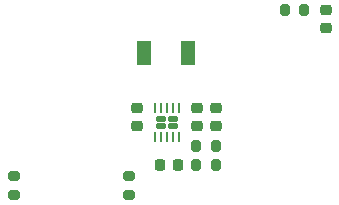
<source format=gtp>
G04 #@! TF.GenerationSoftware,KiCad,Pcbnew,8.0.3*
G04 #@! TF.CreationDate,2024-07-19T18:12:48+03:00*
G04 #@! TF.ProjectId,B-TPS63030-Brk-01Mbr-R01,422d5450-5336-4333-9033-302d42726b2d,rev?*
G04 #@! TF.SameCoordinates,Original*
G04 #@! TF.FileFunction,Paste,Top*
G04 #@! TF.FilePolarity,Positive*
%FSLAX46Y46*%
G04 Gerber Fmt 4.6, Leading zero omitted, Abs format (unit mm)*
G04 Created by KiCad (PCBNEW 8.0.3) date 2024-07-19 18:12:48*
%MOMM*%
%LPD*%
G01*
G04 APERTURE LIST*
G04 Aperture macros list*
%AMRoundRect*
0 Rectangle with rounded corners*
0 $1 Rounding radius*
0 $2 $3 $4 $5 $6 $7 $8 $9 X,Y pos of 4 corners*
0 Add a 4 corners polygon primitive as box body*
4,1,4,$2,$3,$4,$5,$6,$7,$8,$9,$2,$3,0*
0 Add four circle primitives for the rounded corners*
1,1,$1+$1,$2,$3*
1,1,$1+$1,$4,$5*
1,1,$1+$1,$6,$7*
1,1,$1+$1,$8,$9*
0 Add four rect primitives between the rounded corners*
20,1,$1+$1,$2,$3,$4,$5,0*
20,1,$1+$1,$4,$5,$6,$7,0*
20,1,$1+$1,$6,$7,$8,$9,0*
20,1,$1+$1,$8,$9,$2,$3,0*%
G04 Aperture macros list end*
%ADD10RoundRect,0.218750X-0.256250X0.218750X-0.256250X-0.218750X0.256250X-0.218750X0.256250X0.218750X0*%
%ADD11RoundRect,0.200000X-0.200000X-0.275000X0.200000X-0.275000X0.200000X0.275000X-0.200000X0.275000X0*%
%ADD12RoundRect,0.200000X0.200000X0.275000X-0.200000X0.275000X-0.200000X-0.275000X0.200000X-0.275000X0*%
%ADD13RoundRect,0.200000X-0.275000X0.200000X-0.275000X-0.200000X0.275000X-0.200000X0.275000X0.200000X0*%
%ADD14RoundRect,0.225000X-0.250000X0.225000X-0.250000X-0.225000X0.250000X-0.225000X0.250000X0.225000X0*%
%ADD15R,1.200000X2.000000*%
%ADD16RoundRect,0.225000X-0.225000X-0.250000X0.225000X-0.250000X0.225000X0.250000X-0.225000X0.250000X0*%
%ADD17RoundRect,0.120000X-0.285000X0.120000X-0.285000X-0.120000X0.285000X-0.120000X0.285000X0.120000X0*%
%ADD18RoundRect,0.062500X-0.062500X0.350000X-0.062500X-0.350000X0.062500X-0.350000X0.062500X0.350000X0*%
G04 APERTURE END LIST*
D10*
X190210000Y-80312500D03*
X190210000Y-81887500D03*
D11*
X179250000Y-91875000D03*
X180900000Y-91875000D03*
D12*
X180900000Y-93425000D03*
X179250000Y-93425000D03*
D13*
X173575000Y-94375000D03*
X173575000Y-96025000D03*
D14*
X174225000Y-88625000D03*
X174225000Y-90175000D03*
D15*
X178600000Y-83975000D03*
X174800000Y-83975000D03*
D16*
X176150000Y-93425000D03*
X177700000Y-93425000D03*
D14*
X180925000Y-88625000D03*
X180925000Y-90175000D03*
D17*
X177300000Y-89537500D03*
X176300000Y-89537500D03*
X177300000Y-90137500D03*
X176300000Y-90137500D03*
D18*
X177800000Y-88625000D03*
X177300000Y-88625000D03*
X176800000Y-88625000D03*
X176300000Y-88625000D03*
X175800000Y-88625000D03*
X175800000Y-91050000D03*
X176300000Y-91050000D03*
X176800000Y-91050000D03*
X177300000Y-91050000D03*
X177800000Y-91050000D03*
D13*
X163800000Y-94350000D03*
X163800000Y-96000000D03*
D11*
X186755000Y-80320000D03*
X188405000Y-80320000D03*
D14*
X179325000Y-88625000D03*
X179325000Y-90175000D03*
M02*

</source>
